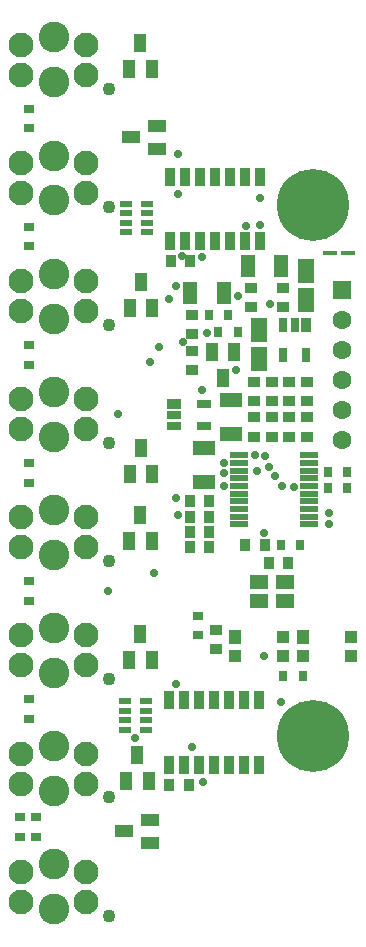
<source format=gbs>
G04*
G04 #@! TF.GenerationSoftware,Altium Limited,Altium Designer,20.0.12 (288)*
G04*
G04 Layer_Color=16711935*
%FSLAX44Y44*%
%MOMM*%
G71*
G01*
G75*
%ADD11R,1.6000X1.6000*%
%ADD12C,1.6000*%
%ADD13C,2.1000*%
%ADD14C,1.1000*%
%ADD15C,2.6000*%
%ADD16C,0.7000*%
%ADD17C,6.1000*%
%ADD30R,0.8000X0.9500*%
%ADD31R,0.9500X0.8000*%
%ADD56R,0.9000X1.0500*%
%ADD57R,1.0500X0.9000*%
%ADD58R,1.5000X1.2500*%
%ADD59R,0.8500X1.5500*%
%ADD60R,1.0000X0.5000*%
%ADD61R,1.5000X1.1000*%
%ADD62R,1.1000X1.5000*%
%ADD63R,1.2000X0.8000*%
%ADD64R,1.2000X0.9000*%
%ADD65R,1.3000X1.8400*%
%ADD66R,1.1032X1.2032*%
%ADD67R,1.0000X1.1000*%
%ADD68R,1.5000X0.5500*%
%ADD69R,1.8400X1.3000*%
%ADD70R,0.8000X1.2000*%
%ADD71R,0.9000X1.2000*%
%ADD72R,1.2500X0.4000*%
%ADD73R,1.3500X2.0500*%
D11*
X306750Y552950D02*
D03*
D12*
Y527550D02*
D03*
Y502150D02*
D03*
Y476750D02*
D03*
Y451350D02*
D03*
Y425950D02*
D03*
D13*
X90000Y60400D02*
D03*
Y35000D02*
D03*
X35000D02*
D03*
Y60400D02*
D03*
X90000Y160400D02*
D03*
Y135000D02*
D03*
X35000D02*
D03*
Y160400D02*
D03*
X90000Y260400D02*
D03*
Y235000D02*
D03*
X35000D02*
D03*
Y260400D02*
D03*
X90000Y360400D02*
D03*
Y335000D02*
D03*
X35000D02*
D03*
Y360400D02*
D03*
X90000Y560400D02*
D03*
Y535000D02*
D03*
X35000D02*
D03*
Y560400D02*
D03*
X90000Y460400D02*
D03*
Y435000D02*
D03*
X35000D02*
D03*
Y460400D02*
D03*
X90000Y660400D02*
D03*
Y635000D02*
D03*
X35000D02*
D03*
Y660400D02*
D03*
Y760400D02*
D03*
Y735000D02*
D03*
X90000D02*
D03*
Y760400D02*
D03*
D14*
X109000Y23200D02*
D03*
Y123200D02*
D03*
Y223200D02*
D03*
Y323200D02*
D03*
Y523200D02*
D03*
Y423200D02*
D03*
Y623200D02*
D03*
Y723200D02*
D03*
D15*
X62500Y28700D02*
D03*
Y66700D02*
D03*
Y128700D02*
D03*
Y166700D02*
D03*
Y228700D02*
D03*
Y266700D02*
D03*
Y328700D02*
D03*
Y366700D02*
D03*
Y528700D02*
D03*
Y566700D02*
D03*
Y428700D02*
D03*
Y466700D02*
D03*
Y628700D02*
D03*
Y666700D02*
D03*
Y766700D02*
D03*
Y728700D02*
D03*
D16*
X131500Y173500D02*
D03*
X233000Y413000D02*
D03*
X255588Y386781D02*
D03*
X265739Y386460D02*
D03*
X295510Y363760D02*
D03*
X295657Y354588D02*
D03*
X241540Y412181D02*
D03*
X250000Y394999D02*
D03*
X245000Y403000D02*
D03*
X235000Y399750D02*
D03*
X108250Y298000D02*
D03*
X168000Y362000D02*
D03*
X217000Y485000D02*
D03*
X219000Y548000D02*
D03*
X206762Y406769D02*
D03*
X144000Y492000D02*
D03*
X206750Y398000D02*
D03*
X241000Y347000D02*
D03*
X246000Y541000D02*
D03*
X152000Y505000D02*
D03*
X237000Y631000D02*
D03*
X171040Y581310D02*
D03*
X147520Y313540D02*
D03*
X117000Y448000D02*
D03*
X168000Y668000D02*
D03*
X241000Y243000D02*
D03*
X255276Y203736D02*
D03*
X172475Y508525D02*
D03*
X207000Y386750D02*
D03*
X166000Y377000D02*
D03*
X188000Y468000D02*
D03*
X160000Y545000D02*
D03*
X191975Y516275D02*
D03*
X237000Y608000D02*
D03*
X166000Y556000D02*
D03*
Y219000D02*
D03*
X180000Y166000D02*
D03*
X189000Y136000D02*
D03*
X225250Y607220D02*
D03*
X188500Y580500D02*
D03*
X167500Y634000D02*
D03*
D17*
X282000Y175000D02*
D03*
Y625000D02*
D03*
D30*
X271250Y337000D02*
D03*
X254750D02*
D03*
X193725Y531275D02*
D03*
X210225D02*
D03*
X218225Y517275D02*
D03*
X201725D02*
D03*
X311250Y385000D02*
D03*
X294750D02*
D03*
X311250Y399000D02*
D03*
X294750D02*
D03*
X273250Y226000D02*
D03*
X256750D02*
D03*
D31*
X34000Y89750D02*
D03*
Y106250D02*
D03*
X48000D02*
D03*
Y89750D02*
D03*
X42000Y206250D02*
D03*
Y189750D02*
D03*
Y306250D02*
D03*
Y289750D02*
D03*
Y506250D02*
D03*
Y489750D02*
D03*
Y406250D02*
D03*
Y389750D02*
D03*
Y606250D02*
D03*
Y589750D02*
D03*
Y706250D02*
D03*
Y689750D02*
D03*
X185000Y260750D02*
D03*
Y277250D02*
D03*
D56*
X194250Y335000D02*
D03*
X177750D02*
D03*
X194250Y348000D02*
D03*
X177750D02*
D03*
X176750Y133750D02*
D03*
X160250D02*
D03*
X178000Y577000D02*
D03*
X161500D02*
D03*
X224750Y337000D02*
D03*
X241250D02*
D03*
X261250Y322000D02*
D03*
X244750D02*
D03*
X194250Y361000D02*
D03*
X177750D02*
D03*
X194250Y374000D02*
D03*
X177750D02*
D03*
D57*
X262000Y428750D02*
D03*
Y445250D02*
D03*
X179975Y501525D02*
D03*
Y485025D02*
D03*
X179975Y531775D02*
D03*
Y515275D02*
D03*
X232000Y428750D02*
D03*
Y445250D02*
D03*
X247000Y428750D02*
D03*
Y445250D02*
D03*
X276968Y428750D02*
D03*
Y445250D02*
D03*
X200000Y265250D02*
D03*
Y248750D02*
D03*
X230000Y538323D02*
D03*
Y554823D02*
D03*
X262000Y458750D02*
D03*
Y475250D02*
D03*
X247000Y458750D02*
D03*
Y475250D02*
D03*
X232000Y458750D02*
D03*
Y475250D02*
D03*
X277000D02*
D03*
Y458750D02*
D03*
X257000Y554823D02*
D03*
Y538323D02*
D03*
D58*
X258000Y289250D02*
D03*
Y305250D02*
D03*
X236000D02*
D03*
Y289250D02*
D03*
D59*
X161315Y648600D02*
D03*
X174015D02*
D03*
X186715D02*
D03*
X199415D02*
D03*
X212115D02*
D03*
X224815D02*
D03*
X237515D02*
D03*
X161315Y594100D02*
D03*
X174015D02*
D03*
X186715D02*
D03*
X199415D02*
D03*
X212115D02*
D03*
X224815D02*
D03*
X237515D02*
D03*
X160315Y205600D02*
D03*
X173015D02*
D03*
X185715D02*
D03*
X198415D02*
D03*
X211115D02*
D03*
X223815D02*
D03*
X236515D02*
D03*
X160315Y151100D02*
D03*
X173015D02*
D03*
X185715D02*
D03*
X198415D02*
D03*
X211115D02*
D03*
X223815D02*
D03*
X236515D02*
D03*
D60*
X123000Y180500D02*
D03*
Y188500D02*
D03*
Y196500D02*
D03*
Y204500D02*
D03*
X141000Y180500D02*
D03*
Y188500D02*
D03*
Y196500D02*
D03*
Y204500D02*
D03*
X124000Y602000D02*
D03*
Y610000D02*
D03*
Y618000D02*
D03*
Y626000D02*
D03*
X142000Y602000D02*
D03*
Y610000D02*
D03*
Y618000D02*
D03*
Y626000D02*
D03*
D61*
X144000Y104000D02*
D03*
Y85000D02*
D03*
X122000Y94500D02*
D03*
X150000Y691500D02*
D03*
Y672500D02*
D03*
X128000Y682000D02*
D03*
D62*
X143000Y137250D02*
D03*
X124000D02*
D03*
X133500Y159250D02*
D03*
X146000Y397000D02*
D03*
X127000D02*
D03*
X136500Y419000D02*
D03*
X145500Y240000D02*
D03*
X126500D02*
D03*
X136000Y262000D02*
D03*
X145500Y340000D02*
D03*
X126500D02*
D03*
X136000Y362000D02*
D03*
X145500Y740000D02*
D03*
X126500D02*
D03*
X136000Y762000D02*
D03*
X146000Y538000D02*
D03*
X127000D02*
D03*
X136500Y560000D02*
D03*
X205975Y478275D02*
D03*
X215475Y500275D02*
D03*
X196475D02*
D03*
D63*
X189530Y437490D02*
D03*
Y456490D02*
D03*
X164530Y446990D02*
D03*
Y437490D02*
D03*
D64*
Y456490D02*
D03*
D65*
X178375Y550275D02*
D03*
X206975D02*
D03*
X226700Y573000D02*
D03*
X255300D02*
D03*
D66*
X215750Y259000D02*
D03*
X273500Y259000D02*
D03*
D67*
X256750Y259000D02*
D03*
X215750Y243000D02*
D03*
X256750D02*
D03*
X314500Y259000D02*
D03*
X273500Y243000D02*
D03*
X314500D02*
D03*
D68*
X278750Y413000D02*
D03*
Y406500D02*
D03*
Y400000D02*
D03*
Y393500D02*
D03*
Y387000D02*
D03*
Y380500D02*
D03*
Y374000D02*
D03*
Y367500D02*
D03*
Y361000D02*
D03*
Y354500D02*
D03*
X219750Y413000D02*
D03*
Y406500D02*
D03*
Y400000D02*
D03*
Y393500D02*
D03*
Y387000D02*
D03*
Y380500D02*
D03*
Y374000D02*
D03*
Y367500D02*
D03*
Y361000D02*
D03*
Y354500D02*
D03*
D69*
X190000Y390700D02*
D03*
Y419300D02*
D03*
X212975Y430975D02*
D03*
Y459575D02*
D03*
D70*
X257000Y498000D02*
D03*
X276000D02*
D03*
X266500Y523000D02*
D03*
X257000D02*
D03*
D71*
X276000D02*
D03*
D72*
X296250Y584000D02*
D03*
X311750D02*
D03*
D73*
X276000Y544323D02*
D03*
Y568823D02*
D03*
X236000Y519250D02*
D03*
Y494750D02*
D03*
M02*

</source>
